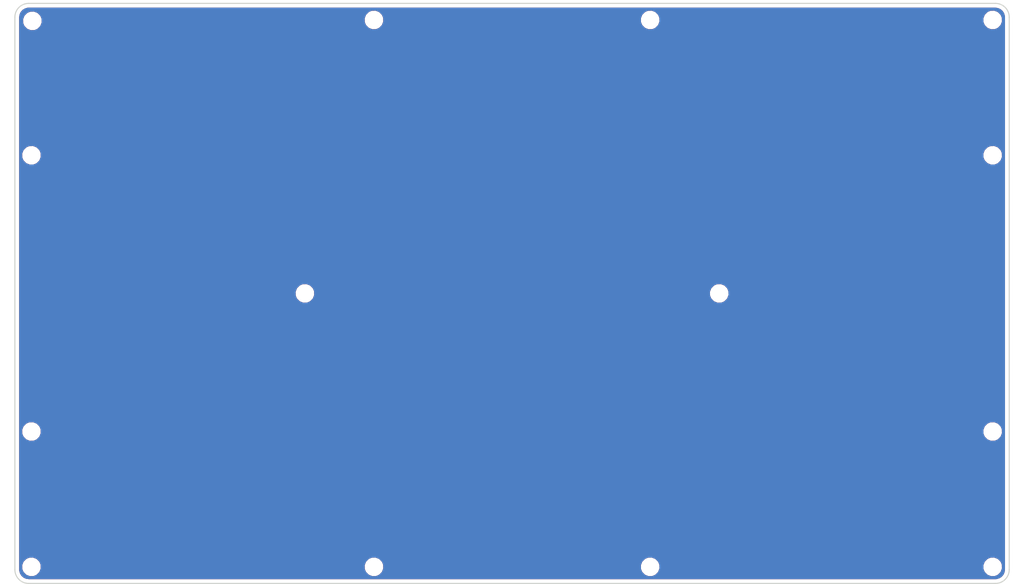
<source format=kicad_pcb>
(kicad_pcb (version 20171130) (host pcbnew 5.0.1-33cea8e~66~ubuntu18.04.1)

  (general
    (thickness 1.6)
    (drawings 8)
    (tracks 0)
    (zones 0)
    (modules 14)
    (nets 1)
  )

  (page A4)
  (layers
    (0 F.Cu signal)
    (31 B.Cu signal)
    (32 B.Adhes user)
    (33 F.Adhes user)
    (34 B.Paste user)
    (35 F.Paste user)
    (36 B.SilkS user)
    (37 F.SilkS user)
    (38 B.Mask user)
    (39 F.Mask user)
    (40 Dwgs.User user)
    (41 Cmts.User user)
    (42 Eco1.User user)
    (43 Eco2.User user)
    (44 Edge.Cuts user)
    (45 Margin user)
    (46 B.CrtYd user)
    (47 F.CrtYd user)
    (48 B.Fab user)
    (49 F.Fab user)
  )

  (setup
    (last_trace_width 0.25)
    (trace_clearance 0.2)
    (zone_clearance 0.508)
    (zone_45_only no)
    (trace_min 0.2)
    (segment_width 0.2)
    (edge_width 0.1)
    (via_size 0.8)
    (via_drill 0.4)
    (via_min_size 0.4)
    (via_min_drill 0.3)
    (uvia_size 0.3)
    (uvia_drill 0.1)
    (uvias_allowed no)
    (uvia_min_size 0.2)
    (uvia_min_drill 0.1)
    (pcb_text_width 0.3)
    (pcb_text_size 1.5 1.5)
    (mod_edge_width 0.15)
    (mod_text_size 1 1)
    (mod_text_width 0.15)
    (pad_size 1.9 1.9)
    (pad_drill 1.524)
    (pad_to_mask_clearance 0.051)
    (solder_mask_min_width 0.25)
    (aux_axis_origin 54.61 34.29)
    (visible_elements FFFFFF7F)
    (pcbplotparams
      (layerselection 0x010fc_ffffffff)
      (usegerberextensions false)
      (usegerberattributes false)
      (usegerberadvancedattributes false)
      (creategerberjobfile false)
      (excludeedgelayer true)
      (linewidth 0.100000)
      (plotframeref false)
      (viasonmask false)
      (mode 1)
      (useauxorigin false)
      (hpglpennumber 1)
      (hpglpenspeed 20)
      (hpglpendiameter 15.000000)
      (psnegative false)
      (psa4output false)
      (plotreference true)
      (plotvalue true)
      (plotinvisibletext false)
      (padsonsilk false)
      (subtractmaskfromsilk false)
      (outputformat 1)
      (mirror false)
      (drillshape 1)
      (scaleselection 1)
      (outputdirectory ""))
  )

  (net 0 "")

  (net_class Default "This is the default net class."
    (clearance 0.2)
    (trace_width 0.25)
    (via_dia 0.8)
    (via_drill 0.4)
    (uvia_dia 0.3)
    (uvia_drill 0.1)
  )

  (module library:Screw_Hole (layer F.Cu) (tedit 5BCC9C99) (tstamp 5BD90479)
    (at 56.896 55.245)
    (fp_text reference "" (at 0 1.905) (layer F.SilkS)
      (effects (font (size 1 1) (thickness 0.15)))
    )
    (fp_text value Screw_Hole (at 0 -1.905) (layer F.Fab)
      (effects (font (size 1 1) (thickness 0.15)))
    )
    (pad "" np_thru_hole circle (at 0 0) (size 1.524 1.524) (drill 1.524) (layers *.Cu *.Mask))
  )

  (module library:Screw_Hole (layer F.Cu) (tedit 5BCC9C7A) (tstamp 5BD90479)
    (at 56.896 93.345)
    (fp_text reference "" (at 0 1.905) (layer F.SilkS)
      (effects (font (size 1 1) (thickness 0.15)))
    )
    (fp_text value Screw_Hole (at 0 -1.905) (layer F.Fab)
      (effects (font (size 1 1) (thickness 0.15)))
    )
    (pad "" np_thru_hole circle (at 0 0) (size 1.524 1.524) (drill 1.524) (layers *.Cu *.Mask))
  )

  (module library:Screw_Hole (layer F.Cu) (tedit 5BCC9C45) (tstamp 5BD90479)
    (at 189.484 93.345)
    (fp_text reference "" (at 0 1.905) (layer F.SilkS)
      (effects (font (size 1 1) (thickness 0.15)))
    )
    (fp_text value Screw_Hole (at 0 -1.905) (layer F.Fab)
      (effects (font (size 1 1) (thickness 0.15)))
    )
    (pad "" np_thru_hole circle (at 0 0) (size 1.524 1.524) (drill 1.524) (layers *.Cu *.Mask))
  )

  (module library:Screw_Hole (layer F.Cu) (tedit 5BCC9C17) (tstamp 5BD90479)
    (at 189.484 55.245)
    (fp_text reference "" (at 0 1.905) (layer F.SilkS)
      (effects (font (size 1 1) (thickness 0.15)))
    )
    (fp_text value Screw_Hole (at 0 -1.905) (layer F.Fab)
      (effects (font (size 1 1) (thickness 0.15)))
    )
    (pad "" np_thru_hole circle (at 0 0) (size 1.524 1.524) (drill 1.524) (layers *.Cu *.Mask))
  )

  (module library:Screw_Hole (layer F.Cu) (tedit 5BCC8FD3) (tstamp 5BD90479)
    (at 142.24 36.576)
    (fp_text reference "" (at 0 1.905) (layer F.SilkS)
      (effects (font (size 1 1) (thickness 0.15)))
    )
    (fp_text value Screw_Hole (at 0 -1.905) (layer F.Fab)
      (effects (font (size 1 1) (thickness 0.15)))
    )
    (pad "" np_thru_hole circle (at 0 0) (size 1.524 1.524) (drill 1.524) (layers *.Cu *.Mask))
  )

  (module library:Screw_Hole (layer F.Cu) (tedit 5BCC8F73) (tstamp 5BD90604)
    (at 104.14 36.576)
    (fp_text reference "" (at 0 1.905) (layer F.SilkS)
      (effects (font (size 1 1) (thickness 0.15)))
    )
    (fp_text value Screw_Hole (at 0 -1.905) (layer F.Fab)
      (effects (font (size 1 1) (thickness 0.15)))
    )
    (pad "" np_thru_hole circle (at 0 0) (size 1.524 1.524) (drill 1.524) (layers *.Cu *.Mask))
  )

  (module library:Screw_Hole (layer F.Cu) (tedit 5BCC8E8B) (tstamp 5BD90632)
    (at 57.023 36.703)
    (fp_text reference "" (at 0 1.905) (layer F.SilkS)
      (effects (font (size 1 1) (thickness 0.15)))
    )
    (fp_text value Screw_Hole (at 0 -1.905) (layer F.Fab)
      (effects (font (size 1 1) (thickness 0.15)))
    )
    (pad "" np_thru_hole circle (at 0 0) (size 1.524 1.524) (drill 1.524) (layers *.Cu *.Mask))
  )

  (module library:Screw_Hole (layer F.Cu) (tedit 5BCC8E66) (tstamp 5BD90479)
    (at 56.896 112.014)
    (fp_text reference "" (at 0 1.905) (layer F.SilkS)
      (effects (font (size 1 1) (thickness 0.15)))
    )
    (fp_text value Screw_Hole (at 0 -1.905) (layer F.Fab)
      (effects (font (size 1 1) (thickness 0.15)))
    )
    (pad "" np_thru_hole circle (at 0 0) (size 1.524 1.524) (drill 1.524) (layers *.Cu *.Mask))
  )

  (module library:Screw_Hole (layer F.Cu) (tedit 5BCC8DD2) (tstamp 5BD90479)
    (at 104.14 112.014)
    (fp_text reference "" (at 0 1.905) (layer F.SilkS)
      (effects (font (size 1 1) (thickness 0.15)))
    )
    (fp_text value Screw_Hole (at 0 -1.905) (layer F.Fab)
      (effects (font (size 1 1) (thickness 0.15)))
    )
    (pad "" np_thru_hole circle (at 0 0) (size 1.524 1.524) (drill 1.524) (layers *.Cu *.Mask))
  )

  (module library:Screw_Hole (layer F.Cu) (tedit 5BCC8D82) (tstamp 5BD90479)
    (at 142.24 112.014)
    (fp_text reference "" (at 0 1.905) (layer F.SilkS)
      (effects (font (size 1 1) (thickness 0.15)))
    )
    (fp_text value Screw_Hole (at 0 -1.905) (layer F.Fab)
      (effects (font (size 1 1) (thickness 0.15)))
    )
    (pad "" np_thru_hole circle (at 0 0) (size 1.524 1.524) (drill 1.524) (layers *.Cu *.Mask))
  )

  (module library:Screw_Hole (layer F.Cu) (tedit 5BCC8886) (tstamp 5BD90479)
    (at 189.484 112.014)
    (fp_text reference "" (at 0 1.905) (layer F.SilkS)
      (effects (font (size 1 1) (thickness 0.15)))
    )
    (fp_text value Screw_Hole (at 0 -1.905) (layer F.Fab)
      (effects (font (size 1 1) (thickness 0.15)))
    )
    (pad "" np_thru_hole circle (at 0 0) (size 1.524 1.524) (drill 1.524) (layers *.Cu *.Mask))
  )

  (module library:Screw_Hole (layer F.Cu) (tedit 5BCC8890) (tstamp 5BD90479)
    (at 189.484 36.576)
    (fp_text reference "" (at 0 1.905) (layer F.SilkS)
      (effects (font (size 1 1) (thickness 0.15)))
    )
    (fp_text value Screw_Hole (at 0 -1.905) (layer F.Fab)
      (effects (font (size 1 1) (thickness 0.15)))
    )
    (pad "" np_thru_hole circle (at 0 0) (size 1.524 1.524) (drill 1.524) (layers *.Cu *.Mask))
  )

  (module library:Screw_Hole (layer F.Cu) (tedit 5BCC8836) (tstamp 5BD90479)
    (at 94.615 74.295)
    (fp_text reference "" (at 0 1.905) (layer F.SilkS)
      (effects (font (size 1 1) (thickness 0.15)))
    )
    (fp_text value Screw_Hole (at 0 -1.905) (layer F.Fab)
      (effects (font (size 1 1) (thickness 0.15)))
    )
    (pad "" np_thru_hole circle (at 0 0) (size 1.524 1.524) (drill 1.524) (layers *.Cu *.Mask))
  )

  (module library:Screw_Hole (layer F.Cu) (tedit 5BCC8847) (tstamp 5BD9046F)
    (at 151.765 74.295)
    (fp_text reference "" (at 0 1.905) (layer F.SilkS)
      (effects (font (size 1 1) (thickness 0.15)))
    )
    (fp_text value Screw_Hole (at 0 -1.905) (layer F.Fab)
      (effects (font (size 1 1) (thickness 0.15)))
    )
    (pad "" np_thru_hole circle (at 0 0) (size 1.524 1.524) (drill 1.524) (layers *.Cu *.Mask))
  )

  (gr_arc (start 56.515 112.395) (end 54.61 112.395) (angle -90) (layer Edge.Cuts) (width 0.15))
  (gr_arc (start 189.865 112.395) (end 189.865 114.3) (angle -90) (layer Edge.Cuts) (width 0.15))
  (gr_arc (start 189.865 36.195) (end 191.77 36.195) (angle -90) (layer Edge.Cuts) (width 0.15))
  (gr_arc (start 56.515 36.195) (end 56.515 34.29) (angle -90) (layer Edge.Cuts) (width 0.15))
  (gr_line (start 189.865 114.3) (end 56.515 114.3) (layer Edge.Cuts) (width 0.15))
  (gr_line (start 54.61 36.195) (end 54.61 112.395) (layer Edge.Cuts) (width 0.15))
  (gr_line (start 191.77 36.195) (end 191.77 112.395) (layer Edge.Cuts) (width 0.15))
  (gr_line (start 56.515 34.29) (end 189.865 34.29) (layer Edge.Cuts) (width 0.15))

  (zone (net 0) (net_name "") (layer B.Cu) (tstamp 0) (hatch edge 0.508)
    (connect_pads (clearance 0.508))
    (min_thickness 0.254)
    (fill yes (arc_segments 16) (thermal_gap 0.508) (thermal_bridge_width 0.508))
    (polygon
      (pts
        (xy 191.135 34.29) (xy 191.77 34.925) (xy 191.77 113.665) (xy 191.135 114.3) (xy 55.245 114.3)
        (xy 54.61 113.665) (xy 54.61 34.925) (xy 55.245 34.29)
      )
    )
    (filled_polygon
      (pts
        (xy 190.198364 35.054985) (xy 190.504928 35.194372) (xy 190.76005 35.414199) (xy 190.943218 35.696792) (xy 191.046743 36.042959)
        (xy 191.06 36.22135) (xy 191.060001 112.344413) (xy 191.005015 112.728364) (xy 190.865628 113.034928) (xy 190.645804 113.290047)
        (xy 190.363207 113.473218) (xy 190.017043 113.576743) (xy 189.838649 113.59) (xy 56.56558 113.59) (xy 56.181636 113.535015)
        (xy 55.875072 113.395628) (xy 55.619953 113.175804) (xy 55.436782 112.893207) (xy 55.333257 112.547043) (xy 55.32 112.368649)
        (xy 55.32 111.806302) (xy 55.486856 111.806302) (xy 55.499 112.048931) (xy 55.499 112.291881) (xy 55.512831 112.325273)
        (xy 55.514638 112.361368) (xy 55.673603 112.745143) (xy 55.688519 112.749421) (xy 55.71168 112.805337) (xy 56.104663 113.19832)
        (xy 56.160579 113.221481) (xy 56.164857 113.236397) (xy 56.393655 113.318024) (xy 56.618119 113.411) (xy 56.654263 113.411)
        (xy 56.688302 113.423144) (xy 56.930931 113.411) (xy 57.173881 113.411) (xy 57.207273 113.397169) (xy 57.243368 113.395362)
        (xy 57.627143 113.236397) (xy 57.631421 113.221481) (xy 57.687337 113.19832) (xy 58.08032 112.805337) (xy 58.103481 112.749421)
        (xy 58.118397 112.745143) (xy 58.200024 112.516345) (xy 58.293 112.291881) (xy 58.293 112.255737) (xy 58.305144 112.221698)
        (xy 58.293 111.979069) (xy 58.293 111.806302) (xy 102.730856 111.806302) (xy 102.743 112.048931) (xy 102.743 112.291881)
        (xy 102.756831 112.325273) (xy 102.758638 112.361368) (xy 102.917603 112.745143) (xy 102.932519 112.749421) (xy 102.95568 112.805337)
        (xy 103.348663 113.19832) (xy 103.404579 113.221481) (xy 103.408857 113.236397) (xy 103.637655 113.318024) (xy 103.862119 113.411)
        (xy 103.898263 113.411) (xy 103.932302 113.423144) (xy 104.174931 113.411) (xy 104.417881 113.411) (xy 104.451273 113.397169)
        (xy 104.487368 113.395362) (xy 104.871143 113.236397) (xy 104.875421 113.221481) (xy 104.931337 113.19832) (xy 105.32432 112.805337)
        (xy 105.347481 112.749421) (xy 105.362397 112.745143) (xy 105.444024 112.516345) (xy 105.537 112.291881) (xy 105.537 112.255737)
        (xy 105.549144 112.221698) (xy 105.537 111.979069) (xy 105.537 111.806302) (xy 140.830856 111.806302) (xy 140.843 112.048931)
        (xy 140.843 112.291881) (xy 140.856831 112.325273) (xy 140.858638 112.361368) (xy 141.017603 112.745143) (xy 141.032519 112.749421)
        (xy 141.05568 112.805337) (xy 141.448663 113.19832) (xy 141.504579 113.221481) (xy 141.508857 113.236397) (xy 141.737655 113.318024)
        (xy 141.962119 113.411) (xy 141.998263 113.411) (xy 142.032302 113.423144) (xy 142.274931 113.411) (xy 142.517881 113.411)
        (xy 142.551273 113.397169) (xy 142.587368 113.395362) (xy 142.971143 113.236397) (xy 142.975421 113.221481) (xy 143.031337 113.19832)
        (xy 143.42432 112.805337) (xy 143.447481 112.749421) (xy 143.462397 112.745143) (xy 143.544024 112.516345) (xy 143.637 112.291881)
        (xy 143.637 112.255737) (xy 143.649144 112.221698) (xy 143.637 111.979069) (xy 143.637 111.806302) (xy 188.074856 111.806302)
        (xy 188.087 112.048931) (xy 188.087 112.291881) (xy 188.100831 112.325273) (xy 188.102638 112.361368) (xy 188.261603 112.745143)
        (xy 188.276519 112.749421) (xy 188.29968 112.805337) (xy 188.692663 113.19832) (xy 188.748579 113.221481) (xy 188.752857 113.236397)
        (xy 188.981655 113.318024) (xy 189.206119 113.411) (xy 189.242263 113.411) (xy 189.276302 113.423144) (xy 189.518931 113.411)
        (xy 189.761881 113.411) (xy 189.795273 113.397169) (xy 189.831368 113.395362) (xy 190.215143 113.236397) (xy 190.219421 113.221481)
        (xy 190.275337 113.19832) (xy 190.66832 112.805337) (xy 190.691481 112.749421) (xy 190.706397 112.745143) (xy 190.788024 112.516345)
        (xy 190.881 112.291881) (xy 190.881 112.255737) (xy 190.893144 112.221698) (xy 190.881 111.979069) (xy 190.881 111.736119)
        (xy 190.867169 111.702727) (xy 190.865362 111.666632) (xy 190.706397 111.282857) (xy 190.691481 111.278579) (xy 190.66832 111.222663)
        (xy 190.275337 110.82968) (xy 190.219421 110.806519) (xy 190.215143 110.791603) (xy 189.986345 110.709976) (xy 189.761881 110.617)
        (xy 189.725737 110.617) (xy 189.691698 110.604856) (xy 189.449069 110.617) (xy 189.206119 110.617) (xy 189.172727 110.630831)
        (xy 189.136632 110.632638) (xy 188.752857 110.791603) (xy 188.748579 110.806519) (xy 188.692663 110.82968) (xy 188.29968 111.222663)
        (xy 188.276519 111.278579) (xy 188.261603 111.282857) (xy 188.179976 111.511655) (xy 188.087 111.736119) (xy 188.087 111.772263)
        (xy 188.074856 111.806302) (xy 143.637 111.806302) (xy 143.637 111.736119) (xy 143.623169 111.702727) (xy 143.621362 111.666632)
        (xy 143.462397 111.282857) (xy 143.447481 111.278579) (xy 143.42432 111.222663) (xy 143.031337 110.82968) (xy 142.975421 110.806519)
        (xy 142.971143 110.791603) (xy 142.742345 110.709976) (xy 142.517881 110.617) (xy 142.481737 110.617) (xy 142.447698 110.604856)
        (xy 142.205069 110.617) (xy 141.962119 110.617) (xy 141.928727 110.630831) (xy 141.892632 110.632638) (xy 141.508857 110.791603)
        (xy 141.504579 110.806519) (xy 141.448663 110.82968) (xy 141.05568 111.222663) (xy 141.032519 111.278579) (xy 141.017603 111.282857)
        (xy 140.935976 111.511655) (xy 140.843 111.736119) (xy 140.843 111.772263) (xy 140.830856 111.806302) (xy 105.537 111.806302)
        (xy 105.537 111.736119) (xy 105.523169 111.702727) (xy 105.521362 111.666632) (xy 105.362397 111.282857) (xy 105.347481 111.278579)
        (xy 105.32432 111.222663) (xy 104.931337 110.82968) (xy 104.875421 110.806519) (xy 104.871143 110.791603) (xy 104.642345 110.709976)
        (xy 104.417881 110.617) (xy 104.381737 110.617) (xy 104.347698 110.604856) (xy 104.105069 110.617) (xy 103.862119 110.617)
        (xy 103.828727 110.630831) (xy 103.792632 110.632638) (xy 103.408857 110.791603) (xy 103.404579 110.806519) (xy 103.348663 110.82968)
        (xy 102.95568 111.222663) (xy 102.932519 111.278579) (xy 102.917603 111.282857) (xy 102.835976 111.511655) (xy 102.743 111.736119)
        (xy 102.743 111.772263) (xy 102.730856 111.806302) (xy 58.293 111.806302) (xy 58.293 111.736119) (xy 58.279169 111.702727)
        (xy 58.277362 111.666632) (xy 58.118397 111.282857) (xy 58.103481 111.278579) (xy 58.08032 111.222663) (xy 57.687337 110.82968)
        (xy 57.631421 110.806519) (xy 57.627143 110.791603) (xy 57.398345 110.709976) (xy 57.173881 110.617) (xy 57.137737 110.617)
        (xy 57.103698 110.604856) (xy 56.861069 110.617) (xy 56.618119 110.617) (xy 56.584727 110.630831) (xy 56.548632 110.632638)
        (xy 56.164857 110.791603) (xy 56.160579 110.806519) (xy 56.104663 110.82968) (xy 55.71168 111.222663) (xy 55.688519 111.278579)
        (xy 55.673603 111.282857) (xy 55.591976 111.511655) (xy 55.499 111.736119) (xy 55.499 111.772263) (xy 55.486856 111.806302)
        (xy 55.32 111.806302) (xy 55.32 93.137302) (xy 55.486856 93.137302) (xy 55.499 93.379931) (xy 55.499 93.622881)
        (xy 55.512831 93.656273) (xy 55.514638 93.692368) (xy 55.673603 94.076143) (xy 55.688519 94.080421) (xy 55.71168 94.136337)
        (xy 56.104663 94.52932) (xy 56.160579 94.552481) (xy 56.164857 94.567397) (xy 56.393655 94.649024) (xy 56.618119 94.742)
        (xy 56.654263 94.742) (xy 56.688302 94.754144) (xy 56.930931 94.742) (xy 57.173881 94.742) (xy 57.207273 94.728169)
        (xy 57.243368 94.726362) (xy 57.627143 94.567397) (xy 57.631421 94.552481) (xy 57.687337 94.52932) (xy 58.08032 94.136337)
        (xy 58.103481 94.080421) (xy 58.118397 94.076143) (xy 58.200024 93.847345) (xy 58.293 93.622881) (xy 58.293 93.586737)
        (xy 58.305144 93.552698) (xy 58.293 93.310069) (xy 58.293 93.137302) (xy 188.074856 93.137302) (xy 188.087 93.379931)
        (xy 188.087 93.622881) (xy 188.100831 93.656273) (xy 188.102638 93.692368) (xy 188.261603 94.076143) (xy 188.276519 94.080421)
        (xy 188.29968 94.136337) (xy 188.692663 94.52932) (xy 188.748579 94.552481) (xy 188.752857 94.567397) (xy 188.981655 94.649024)
        (xy 189.206119 94.742) (xy 189.242263 94.742) (xy 189.276302 94.754144) (xy 189.518931 94.742) (xy 189.761881 94.742)
        (xy 189.795273 94.728169) (xy 189.831368 94.726362) (xy 190.215143 94.567397) (xy 190.219421 94.552481) (xy 190.275337 94.52932)
        (xy 190.66832 94.136337) (xy 190.691481 94.080421) (xy 190.706397 94.076143) (xy 190.788024 93.847345) (xy 190.881 93.622881)
        (xy 190.881 93.586737) (xy 190.893144 93.552698) (xy 190.881 93.310069) (xy 190.881 93.067119) (xy 190.867169 93.033727)
        (xy 190.865362 92.997632) (xy 190.706397 92.613857) (xy 190.691481 92.609579) (xy 190.66832 92.553663) (xy 190.275337 92.16068)
        (xy 190.219421 92.137519) (xy 190.215143 92.122603) (xy 189.986345 92.040976) (xy 189.761881 91.948) (xy 189.725737 91.948)
        (xy 189.691698 91.935856) (xy 189.449069 91.948) (xy 189.206119 91.948) (xy 189.172727 91.961831) (xy 189.136632 91.963638)
        (xy 188.752857 92.122603) (xy 188.748579 92.137519) (xy 188.692663 92.16068) (xy 188.29968 92.553663) (xy 188.276519 92.609579)
        (xy 188.261603 92.613857) (xy 188.179976 92.842655) (xy 188.087 93.067119) (xy 188.087 93.103263) (xy 188.074856 93.137302)
        (xy 58.293 93.137302) (xy 58.293 93.067119) (xy 58.279169 93.033727) (xy 58.277362 92.997632) (xy 58.118397 92.613857)
        (xy 58.103481 92.609579) (xy 58.08032 92.553663) (xy 57.687337 92.16068) (xy 57.631421 92.137519) (xy 57.627143 92.122603)
        (xy 57.398345 92.040976) (xy 57.173881 91.948) (xy 57.137737 91.948) (xy 57.103698 91.935856) (xy 56.861069 91.948)
        (xy 56.618119 91.948) (xy 56.584727 91.961831) (xy 56.548632 91.963638) (xy 56.164857 92.122603) (xy 56.160579 92.137519)
        (xy 56.104663 92.16068) (xy 55.71168 92.553663) (xy 55.688519 92.609579) (xy 55.673603 92.613857) (xy 55.591976 92.842655)
        (xy 55.499 93.067119) (xy 55.499 93.103263) (xy 55.486856 93.137302) (xy 55.32 93.137302) (xy 55.32 74.087302)
        (xy 93.205856 74.087302) (xy 93.218 74.329931) (xy 93.218 74.572881) (xy 93.231831 74.606273) (xy 93.233638 74.642368)
        (xy 93.392603 75.026143) (xy 93.407519 75.030421) (xy 93.43068 75.086337) (xy 93.823663 75.47932) (xy 93.879579 75.502481)
        (xy 93.883857 75.517397) (xy 94.112655 75.599024) (xy 94.337119 75.692) (xy 94.373263 75.692) (xy 94.407302 75.704144)
        (xy 94.649931 75.692) (xy 94.892881 75.692) (xy 94.926273 75.678169) (xy 94.962368 75.676362) (xy 95.346143 75.517397)
        (xy 95.350421 75.502481) (xy 95.406337 75.47932) (xy 95.79932 75.086337) (xy 95.822481 75.030421) (xy 95.837397 75.026143)
        (xy 95.919024 74.797345) (xy 96.012 74.572881) (xy 96.012 74.536737) (xy 96.024144 74.502698) (xy 96.012 74.260069)
        (xy 96.012 74.087302) (xy 150.355856 74.087302) (xy 150.368 74.329931) (xy 150.368 74.572881) (xy 150.381831 74.606273)
        (xy 150.383638 74.642368) (xy 150.542603 75.026143) (xy 150.557519 75.030421) (xy 150.58068 75.086337) (xy 150.973663 75.47932)
        (xy 151.029579 75.502481) (xy 151.033857 75.517397) (xy 151.262655 75.599024) (xy 151.487119 75.692) (xy 151.523263 75.692)
        (xy 151.557302 75.704144) (xy 151.799931 75.692) (xy 152.042881 75.692) (xy 152.076273 75.678169) (xy 152.112368 75.676362)
        (xy 152.496143 75.517397) (xy 152.500421 75.502481) (xy 152.556337 75.47932) (xy 152.94932 75.086337) (xy 152.972481 75.030421)
        (xy 152.987397 75.026143) (xy 153.069024 74.797345) (xy 153.162 74.572881) (xy 153.162 74.536737) (xy 153.174144 74.502698)
        (xy 153.162 74.260069) (xy 153.162 74.017119) (xy 153.148169 73.983727) (xy 153.146362 73.947632) (xy 152.987397 73.563857)
        (xy 152.972481 73.559579) (xy 152.94932 73.503663) (xy 152.556337 73.11068) (xy 152.500421 73.087519) (xy 152.496143 73.072603)
        (xy 152.267345 72.990976) (xy 152.042881 72.898) (xy 152.006737 72.898) (xy 151.972698 72.885856) (xy 151.730069 72.898)
        (xy 151.487119 72.898) (xy 151.453727 72.911831) (xy 151.417632 72.913638) (xy 151.033857 73.072603) (xy 151.029579 73.087519)
        (xy 150.973663 73.11068) (xy 150.58068 73.503663) (xy 150.557519 73.559579) (xy 150.542603 73.563857) (xy 150.460976 73.792655)
        (xy 150.368 74.017119) (xy 150.368 74.053263) (xy 150.355856 74.087302) (xy 96.012 74.087302) (xy 96.012 74.017119)
        (xy 95.998169 73.983727) (xy 95.996362 73.947632) (xy 95.837397 73.563857) (xy 95.822481 73.559579) (xy 95.79932 73.503663)
        (xy 95.406337 73.11068) (xy 95.350421 73.087519) (xy 95.346143 73.072603) (xy 95.117345 72.990976) (xy 94.892881 72.898)
        (xy 94.856737 72.898) (xy 94.822698 72.885856) (xy 94.580069 72.898) (xy 94.337119 72.898) (xy 94.303727 72.911831)
        (xy 94.267632 72.913638) (xy 93.883857 73.072603) (xy 93.879579 73.087519) (xy 93.823663 73.11068) (xy 93.43068 73.503663)
        (xy 93.407519 73.559579) (xy 93.392603 73.563857) (xy 93.310976 73.792655) (xy 93.218 74.017119) (xy 93.218 74.053263)
        (xy 93.205856 74.087302) (xy 55.32 74.087302) (xy 55.32 55.037302) (xy 55.486856 55.037302) (xy 55.499 55.279931)
        (xy 55.499 55.522881) (xy 55.512831 55.556273) (xy 55.514638 55.592368) (xy 55.673603 55.976143) (xy 55.688519 55.980421)
        (xy 55.71168 56.036337) (xy 56.104663 56.42932) (xy 56.160579 56.452481) (xy 56.164857 56.467397) (xy 56.393655 56.549024)
        (xy 56.618119 56.642) (xy 56.654263 56.642) (xy 56.688302 56.654144) (xy 56.930931 56.642) (xy 57.173881 56.642)
        (xy 57.207273 56.628169) (xy 57.243368 56.626362) (xy 57.627143 56.467397) (xy 57.631421 56.452481) (xy 57.687337 56.42932)
        (xy 58.08032 56.036337) (xy 58.103481 55.980421) (xy 58.118397 55.976143) (xy 58.200024 55.747345) (xy 58.293 55.522881)
        (xy 58.293 55.486737) (xy 58.305144 55.452698) (xy 58.293 55.210069) (xy 58.293 55.037302) (xy 188.074856 55.037302)
        (xy 188.087 55.279931) (xy 188.087 55.522881) (xy 188.100831 55.556273) (xy 188.102638 55.592368) (xy 188.261603 55.976143)
        (xy 188.276519 55.980421) (xy 188.29968 56.036337) (xy 188.692663 56.42932) (xy 188.748579 56.452481) (xy 188.752857 56.467397)
        (xy 188.981655 56.549024) (xy 189.206119 56.642) (xy 189.242263 56.642) (xy 189.276302 56.654144) (xy 189.518931 56.642)
        (xy 189.761881 56.642) (xy 189.795273 56.628169) (xy 189.831368 56.626362) (xy 190.215143 56.467397) (xy 190.219421 56.452481)
        (xy 190.275337 56.42932) (xy 190.66832 56.036337) (xy 190.691481 55.980421) (xy 190.706397 55.976143) (xy 190.788024 55.747345)
        (xy 190.881 55.522881) (xy 190.881 55.486737) (xy 190.893144 55.452698) (xy 190.881 55.210069) (xy 190.881 54.967119)
        (xy 190.867169 54.933727) (xy 190.865362 54.897632) (xy 190.706397 54.513857) (xy 190.691481 54.509579) (xy 190.66832 54.453663)
        (xy 190.275337 54.06068) (xy 190.219421 54.037519) (xy 190.215143 54.022603) (xy 189.986345 53.940976) (xy 189.761881 53.848)
        (xy 189.725737 53.848) (xy 189.691698 53.835856) (xy 189.449069 53.848) (xy 189.206119 53.848) (xy 189.172727 53.861831)
        (xy 189.136632 53.863638) (xy 188.752857 54.022603) (xy 188.748579 54.037519) (xy 188.692663 54.06068) (xy 188.29968 54.453663)
        (xy 188.276519 54.509579) (xy 188.261603 54.513857) (xy 188.179976 54.742655) (xy 188.087 54.967119) (xy 188.087 55.003263)
        (xy 188.074856 55.037302) (xy 58.293 55.037302) (xy 58.293 54.967119) (xy 58.279169 54.933727) (xy 58.277362 54.897632)
        (xy 58.118397 54.513857) (xy 58.103481 54.509579) (xy 58.08032 54.453663) (xy 57.687337 54.06068) (xy 57.631421 54.037519)
        (xy 57.627143 54.022603) (xy 57.398345 53.940976) (xy 57.173881 53.848) (xy 57.137737 53.848) (xy 57.103698 53.835856)
        (xy 56.861069 53.848) (xy 56.618119 53.848) (xy 56.584727 53.861831) (xy 56.548632 53.863638) (xy 56.164857 54.022603)
        (xy 56.160579 54.037519) (xy 56.104663 54.06068) (xy 55.71168 54.453663) (xy 55.688519 54.509579) (xy 55.673603 54.513857)
        (xy 55.591976 54.742655) (xy 55.499 54.967119) (xy 55.499 55.003263) (xy 55.486856 55.037302) (xy 55.32 55.037302)
        (xy 55.32 36.495302) (xy 55.613856 36.495302) (xy 55.626 36.737931) (xy 55.626 36.980881) (xy 55.639831 37.014273)
        (xy 55.641638 37.050368) (xy 55.800603 37.434143) (xy 55.815519 37.438421) (xy 55.83868 37.494337) (xy 56.231663 37.88732)
        (xy 56.287579 37.910481) (xy 56.291857 37.925397) (xy 56.520655 38.007024) (xy 56.745119 38.1) (xy 56.781263 38.1)
        (xy 56.815302 38.112144) (xy 57.057931 38.1) (xy 57.300881 38.1) (xy 57.334273 38.086169) (xy 57.370368 38.084362)
        (xy 57.754143 37.925397) (xy 57.758421 37.910481) (xy 57.814337 37.88732) (xy 58.20732 37.494337) (xy 58.230481 37.438421)
        (xy 58.245397 37.434143) (xy 58.327024 37.205345) (xy 58.42 36.980881) (xy 58.42 36.944737) (xy 58.432144 36.910698)
        (xy 58.42 36.668069) (xy 58.42 36.425119) (xy 58.406169 36.391727) (xy 58.404997 36.368302) (xy 102.730856 36.368302)
        (xy 102.743 36.610931) (xy 102.743 36.853881) (xy 102.756831 36.887273) (xy 102.758638 36.923368) (xy 102.917603 37.307143)
        (xy 102.932519 37.311421) (xy 102.95568 37.367337) (xy 103.348663 37.76032) (xy 103.404579 37.783481) (xy 103.408857 37.798397)
        (xy 103.637655 37.880024) (xy 103.862119 37.973) (xy 103.898263 37.973) (xy 103.932302 37.985144) (xy 104.174931 37.973)
        (xy 104.417881 37.973) (xy 104.451273 37.959169) (xy 104.487368 37.957362) (xy 104.871143 37.798397) (xy 104.875421 37.783481)
        (xy 104.931337 37.76032) (xy 105.32432 37.367337) (xy 105.347481 37.311421) (xy 105.362397 37.307143) (xy 105.444024 37.078345)
        (xy 105.537 36.853881) (xy 105.537 36.817737) (xy 105.549144 36.783698) (xy 105.537 36.541069) (xy 105.537 36.368302)
        (xy 140.830856 36.368302) (xy 140.843 36.610931) (xy 140.843 36.853881) (xy 140.856831 36.887273) (xy 140.858638 36.923368)
        (xy 141.017603 37.307143) (xy 141.032519 37.311421) (xy 141.05568 37.367337) (xy 141.448663 37.76032) (xy 141.504579 37.783481)
        (xy 141.508857 37.798397) (xy 141.737655 37.880024) (xy 141.962119 37.973) (xy 141.998263 37.973) (xy 142.032302 37.985144)
        (xy 142.274931 37.973) (xy 142.517881 37.973) (xy 142.551273 37.959169) (xy 142.587368 37.957362) (xy 142.971143 37.798397)
        (xy 142.975421 37.783481) (xy 143.031337 37.76032) (xy 143.42432 37.367337) (xy 143.447481 37.311421) (xy 143.462397 37.307143)
        (xy 143.544024 37.078345) (xy 143.637 36.853881) (xy 143.637 36.817737) (xy 143.649144 36.783698) (xy 143.637 36.541069)
        (xy 143.637 36.368302) (xy 188.074856 36.368302) (xy 188.087 36.610931) (xy 188.087 36.853881) (xy 188.100831 36.887273)
        (xy 188.102638 36.923368) (xy 188.261603 37.307143) (xy 188.276519 37.311421) (xy 188.29968 37.367337) (xy 188.692663 37.76032)
        (xy 188.748579 37.783481) (xy 188.752857 37.798397) (xy 188.981655 37.880024) (xy 189.206119 37.973) (xy 189.242263 37.973)
        (xy 189.276302 37.985144) (xy 189.518931 37.973) (xy 189.761881 37.973) (xy 189.795273 37.959169) (xy 189.831368 37.957362)
        (xy 190.215143 37.798397) (xy 190.219421 37.783481) (xy 190.275337 37.76032) (xy 190.66832 37.367337) (xy 190.691481 37.311421)
        (xy 190.706397 37.307143) (xy 190.788024 37.078345) (xy 190.881 36.853881) (xy 190.881 36.817737) (xy 190.893144 36.783698)
        (xy 190.881 36.541069) (xy 190.881 36.298119) (xy 190.867169 36.264727) (xy 190.865362 36.228632) (xy 190.706397 35.844857)
        (xy 190.691481 35.840579) (xy 190.66832 35.784663) (xy 190.275337 35.39168) (xy 190.219421 35.368519) (xy 190.215143 35.353603)
        (xy 189.986345 35.271976) (xy 189.761881 35.179) (xy 189.725737 35.179) (xy 189.691698 35.166856) (xy 189.449069 35.179)
        (xy 189.206119 35.179) (xy 189.172727 35.192831) (xy 189.136632 35.194638) (xy 188.752857 35.353603) (xy 188.748579 35.368519)
        (xy 188.692663 35.39168) (xy 188.29968 35.784663) (xy 188.276519 35.840579) (xy 188.261603 35.844857) (xy 188.179976 36.073655)
        (xy 188.087 36.298119) (xy 188.087 36.334263) (xy 188.074856 36.368302) (xy 143.637 36.368302) (xy 143.637 36.298119)
        (xy 143.623169 36.264727) (xy 143.621362 36.228632) (xy 143.462397 35.844857) (xy 143.447481 35.840579) (xy 143.42432 35.784663)
        (xy 143.031337 35.39168) (xy 142.975421 35.368519) (xy 142.971143 35.353603) (xy 142.742345 35.271976) (xy 142.517881 35.179)
        (xy 142.481737 35.179) (xy 142.447698 35.166856) (xy 142.205069 35.179) (xy 141.962119 35.179) (xy 141.928727 35.192831)
        (xy 141.892632 35.194638) (xy 141.508857 35.353603) (xy 141.504579 35.368519) (xy 141.448663 35.39168) (xy 141.05568 35.784663)
        (xy 141.032519 35.840579) (xy 141.017603 35.844857) (xy 140.935976 36.073655) (xy 140.843 36.298119) (xy 140.843 36.334263)
        (xy 140.830856 36.368302) (xy 105.537 36.368302) (xy 105.537 36.298119) (xy 105.523169 36.264727) (xy 105.521362 36.228632)
        (xy 105.362397 35.844857) (xy 105.347481 35.840579) (xy 105.32432 35.784663) (xy 104.931337 35.39168) (xy 104.875421 35.368519)
        (xy 104.871143 35.353603) (xy 104.642345 35.271976) (xy 104.417881 35.179) (xy 104.381737 35.179) (xy 104.347698 35.166856)
        (xy 104.105069 35.179) (xy 103.862119 35.179) (xy 103.828727 35.192831) (xy 103.792632 35.194638) (xy 103.408857 35.353603)
        (xy 103.404579 35.368519) (xy 103.348663 35.39168) (xy 102.95568 35.784663) (xy 102.932519 35.840579) (xy 102.917603 35.844857)
        (xy 102.835976 36.073655) (xy 102.743 36.298119) (xy 102.743 36.334263) (xy 102.730856 36.368302) (xy 58.404997 36.368302)
        (xy 58.404362 36.355632) (xy 58.245397 35.971857) (xy 58.230481 35.967579) (xy 58.20732 35.911663) (xy 57.814337 35.51868)
        (xy 57.758421 35.495519) (xy 57.754143 35.480603) (xy 57.525345 35.398976) (xy 57.300881 35.306) (xy 57.264737 35.306)
        (xy 57.230698 35.293856) (xy 56.988069 35.306) (xy 56.745119 35.306) (xy 56.711727 35.319831) (xy 56.675632 35.321638)
        (xy 56.291857 35.480603) (xy 56.287579 35.495519) (xy 56.231663 35.51868) (xy 55.83868 35.911663) (xy 55.815519 35.967579)
        (xy 55.800603 35.971857) (xy 55.718976 36.200655) (xy 55.626 36.425119) (xy 55.626 36.461263) (xy 55.613856 36.495302)
        (xy 55.32 36.495302) (xy 55.32 36.24558) (xy 55.374985 35.861636) (xy 55.514372 35.555072) (xy 55.734199 35.29995)
        (xy 56.016792 35.116782) (xy 56.362959 35.013257) (xy 56.54135 35) (xy 189.81442 35)
      )
    )
  )
  (zone (net 0) (net_name "") (layer F.Cu) (tstamp 0) (hatch edge 0.508)
    (connect_pads (clearance 0.508))
    (min_thickness 0.254)
    (fill yes (arc_segments 16) (thermal_gap 0.508) (thermal_bridge_width 0.508))
    (polygon
      (pts
        (xy 191.135 34.29) (xy 191.77 34.925) (xy 191.77 113.665) (xy 191.135 114.3) (xy 55.245 114.3)
        (xy 54.61 113.665) (xy 54.61 34.925) (xy 55.245 34.29)
      )
    )
    (filled_polygon
      (pts
        (xy 190.198364 35.054985) (xy 190.504928 35.194372) (xy 190.76005 35.414199) (xy 190.943218 35.696792) (xy 191.046743 36.042959)
        (xy 191.06 36.22135) (xy 191.060001 112.344413) (xy 191.005015 112.728364) (xy 190.865628 113.034928) (xy 190.645804 113.290047)
        (xy 190.363207 113.473218) (xy 190.017043 113.576743) (xy 189.838649 113.59) (xy 56.56558 113.59) (xy 56.181636 113.535015)
        (xy 55.875072 113.395628) (xy 55.619953 113.175804) (xy 55.436782 112.893207) (xy 55.333257 112.547043) (xy 55.32 112.368649)
        (xy 55.32 111.806302) (xy 55.486856 111.806302) (xy 55.499 112.048931) (xy 55.499 112.291881) (xy 55.512831 112.325273)
        (xy 55.514638 112.361368) (xy 55.673603 112.745143) (xy 55.688519 112.749421) (xy 55.71168 112.805337) (xy 56.104663 113.19832)
        (xy 56.160579 113.221481) (xy 56.164857 113.236397) (xy 56.393655 113.318024) (xy 56.618119 113.411) (xy 56.654263 113.411)
        (xy 56.688302 113.423144) (xy 56.930931 113.411) (xy 57.173881 113.411) (xy 57.207273 113.397169) (xy 57.243368 113.395362)
        (xy 57.627143 113.236397) (xy 57.631421 113.221481) (xy 57.687337 113.19832) (xy 58.08032 112.805337) (xy 58.103481 112.749421)
        (xy 58.118397 112.745143) (xy 58.200024 112.516345) (xy 58.293 112.291881) (xy 58.293 112.255737) (xy 58.305144 112.221698)
        (xy 58.293 111.979069) (xy 58.293 111.806302) (xy 102.730856 111.806302) (xy 102.743 112.048931) (xy 102.743 112.291881)
        (xy 102.756831 112.325273) (xy 102.758638 112.361368) (xy 102.917603 112.745143) (xy 102.932519 112.749421) (xy 102.95568 112.805337)
        (xy 103.348663 113.19832) (xy 103.404579 113.221481) (xy 103.408857 113.236397) (xy 103.637655 113.318024) (xy 103.862119 113.411)
        (xy 103.898263 113.411) (xy 103.932302 113.423144) (xy 104.174931 113.411) (xy 104.417881 113.411) (xy 104.451273 113.397169)
        (xy 104.487368 113.395362) (xy 104.871143 113.236397) (xy 104.875421 113.221481) (xy 104.931337 113.19832) (xy 105.32432 112.805337)
        (xy 105.347481 112.749421) (xy 105.362397 112.745143) (xy 105.444024 112.516345) (xy 105.537 112.291881) (xy 105.537 112.255737)
        (xy 105.549144 112.221698) (xy 105.537 111.979069) (xy 105.537 111.806302) (xy 140.830856 111.806302) (xy 140.843 112.048931)
        (xy 140.843 112.291881) (xy 140.856831 112.325273) (xy 140.858638 112.361368) (xy 141.017603 112.745143) (xy 141.032519 112.749421)
        (xy 141.05568 112.805337) (xy 141.448663 113.19832) (xy 141.504579 113.221481) (xy 141.508857 113.236397) (xy 141.737655 113.318024)
        (xy 141.962119 113.411) (xy 141.998263 113.411) (xy 142.032302 113.423144) (xy 142.274931 113.411) (xy 142.517881 113.411)
        (xy 142.551273 113.397169) (xy 142.587368 113.395362) (xy 142.971143 113.236397) (xy 142.975421 113.221481) (xy 143.031337 113.19832)
        (xy 143.42432 112.805337) (xy 143.447481 112.749421) (xy 143.462397 112.745143) (xy 143.544024 112.516345) (xy 143.637 112.291881)
        (xy 143.637 112.255737) (xy 143.649144 112.221698) (xy 143.637 111.979069) (xy 143.637 111.806302) (xy 188.074856 111.806302)
        (xy 188.087 112.048931) (xy 188.087 112.291881) (xy 188.100831 112.325273) (xy 188.102638 112.361368) (xy 188.261603 112.745143)
        (xy 188.276519 112.749421) (xy 188.29968 112.805337) (xy 188.692663 113.19832) (xy 188.748579 113.221481) (xy 188.752857 113.236397)
        (xy 188.981655 113.318024) (xy 189.206119 113.411) (xy 189.242263 113.411) (xy 189.276302 113.423144) (xy 189.518931 113.411)
        (xy 189.761881 113.411) (xy 189.795273 113.397169) (xy 189.831368 113.395362) (xy 190.215143 113.236397) (xy 190.219421 113.221481)
        (xy 190.275337 113.19832) (xy 190.66832 112.805337) (xy 190.691481 112.749421) (xy 190.706397 112.745143) (xy 190.788024 112.516345)
        (xy 190.881 112.291881) (xy 190.881 112.255737) (xy 190.893144 112.221698) (xy 190.881 111.979069) (xy 190.881 111.736119)
        (xy 190.867169 111.702727) (xy 190.865362 111.666632) (xy 190.706397 111.282857) (xy 190.691481 111.278579) (xy 190.66832 111.222663)
        (xy 190.275337 110.82968) (xy 190.219421 110.806519) (xy 190.215143 110.791603) (xy 189.986345 110.709976) (xy 189.761881 110.617)
        (xy 189.725737 110.617) (xy 189.691698 110.604856) (xy 189.449069 110.617) (xy 189.206119 110.617) (xy 189.172727 110.630831)
        (xy 189.136632 110.632638) (xy 188.752857 110.791603) (xy 188.748579 110.806519) (xy 188.692663 110.82968) (xy 188.29968 111.222663)
        (xy 188.276519 111.278579) (xy 188.261603 111.282857) (xy 188.179976 111.511655) (xy 188.087 111.736119) (xy 188.087 111.772263)
        (xy 188.074856 111.806302) (xy 143.637 111.806302) (xy 143.637 111.736119) (xy 143.623169 111.702727) (xy 143.621362 111.666632)
        (xy 143.462397 111.282857) (xy 143.447481 111.278579) (xy 143.42432 111.222663) (xy 143.031337 110.82968) (xy 142.975421 110.806519)
        (xy 142.971143 110.791603) (xy 142.742345 110.709976) (xy 142.517881 110.617) (xy 142.481737 110.617) (xy 142.447698 110.604856)
        (xy 142.205069 110.617) (xy 141.962119 110.617) (xy 141.928727 110.630831) (xy 141.892632 110.632638) (xy 141.508857 110.791603)
        (xy 141.504579 110.806519) (xy 141.448663 110.82968) (xy 141.05568 111.222663) (xy 141.032519 111.278579) (xy 141.017603 111.282857)
        (xy 140.935976 111.511655) (xy 140.843 111.736119) (xy 140.843 111.772263) (xy 140.830856 111.806302) (xy 105.537 111.806302)
        (xy 105.537 111.736119) (xy 105.523169 111.702727) (xy 105.521362 111.666632) (xy 105.362397 111.282857) (xy 105.347481 111.278579)
        (xy 105.32432 111.222663) (xy 104.931337 110.82968) (xy 104.875421 110.806519) (xy 104.871143 110.791603) (xy 104.642345 110.709976)
        (xy 104.417881 110.617) (xy 104.381737 110.617) (xy 104.347698 110.604856) (xy 104.105069 110.617) (xy 103.862119 110.617)
        (xy 103.828727 110.630831) (xy 103.792632 110.632638) (xy 103.408857 110.791603) (xy 103.404579 110.806519) (xy 103.348663 110.82968)
        (xy 102.95568 111.222663) (xy 102.932519 111.278579) (xy 102.917603 111.282857) (xy 102.835976 111.511655) (xy 102.743 111.736119)
        (xy 102.743 111.772263) (xy 102.730856 111.806302) (xy 58.293 111.806302) (xy 58.293 111.736119) (xy 58.279169 111.702727)
        (xy 58.277362 111.666632) (xy 58.118397 111.282857) (xy 58.103481 111.278579) (xy 58.08032 111.222663) (xy 57.687337 110.82968)
        (xy 57.631421 110.806519) (xy 57.627143 110.791603) (xy 57.398345 110.709976) (xy 57.173881 110.617) (xy 57.137737 110.617)
        (xy 57.103698 110.604856) (xy 56.861069 110.617) (xy 56.618119 110.617) (xy 56.584727 110.630831) (xy 56.548632 110.632638)
        (xy 56.164857 110.791603) (xy 56.160579 110.806519) (xy 56.104663 110.82968) (xy 55.71168 111.222663) (xy 55.688519 111.278579)
        (xy 55.673603 111.282857) (xy 55.591976 111.511655) (xy 55.499 111.736119) (xy 55.499 111.772263) (xy 55.486856 111.806302)
        (xy 55.32 111.806302) (xy 55.32 93.137302) (xy 55.486856 93.137302) (xy 55.499 93.379931) (xy 55.499 93.622881)
        (xy 55.512831 93.656273) (xy 55.514638 93.692368) (xy 55.673603 94.076143) (xy 55.688519 94.080421) (xy 55.71168 94.136337)
        (xy 56.104663 94.52932) (xy 56.160579 94.552481) (xy 56.164857 94.567397) (xy 56.393655 94.649024) (xy 56.618119 94.742)
        (xy 56.654263 94.742) (xy 56.688302 94.754144) (xy 56.930931 94.742) (xy 57.173881 94.742) (xy 57.207273 94.728169)
        (xy 57.243368 94.726362) (xy 57.627143 94.567397) (xy 57.631421 94.552481) (xy 57.687337 94.52932) (xy 58.08032 94.136337)
        (xy 58.103481 94.080421) (xy 58.118397 94.076143) (xy 58.200024 93.847345) (xy 58.293 93.622881) (xy 58.293 93.586737)
        (xy 58.305144 93.552698) (xy 58.293 93.310069) (xy 58.293 93.137302) (xy 188.074856 93.137302) (xy 188.087 93.379931)
        (xy 188.087 93.622881) (xy 188.100831 93.656273) (xy 188.102638 93.692368) (xy 188.261603 94.076143) (xy 188.276519 94.080421)
        (xy 188.29968 94.136337) (xy 188.692663 94.52932) (xy 188.748579 94.552481) (xy 188.752857 94.567397) (xy 188.981655 94.649024)
        (xy 189.206119 94.742) (xy 189.242263 94.742) (xy 189.276302 94.754144) (xy 189.518931 94.742) (xy 189.761881 94.742)
        (xy 189.795273 94.728169) (xy 189.831368 94.726362) (xy 190.215143 94.567397) (xy 190.219421 94.552481) (xy 190.275337 94.52932)
        (xy 190.66832 94.136337) (xy 190.691481 94.080421) (xy 190.706397 94.076143) (xy 190.788024 93.847345) (xy 190.881 93.622881)
        (xy 190.881 93.586737) (xy 190.893144 93.552698) (xy 190.881 93.310069) (xy 190.881 93.067119) (xy 190.867169 93.033727)
        (xy 190.865362 92.997632) (xy 190.706397 92.613857) (xy 190.691481 92.609579) (xy 190.66832 92.553663) (xy 190.275337 92.16068)
        (xy 190.219421 92.137519) (xy 190.215143 92.122603) (xy 189.986345 92.040976) (xy 189.761881 91.948) (xy 189.725737 91.948)
        (xy 189.691698 91.935856) (xy 189.449069 91.948) (xy 189.206119 91.948) (xy 189.172727 91.961831) (xy 189.136632 91.963638)
        (xy 188.752857 92.122603) (xy 188.748579 92.137519) (xy 188.692663 92.16068) (xy 188.29968 92.553663) (xy 188.276519 92.609579)
        (xy 188.261603 92.613857) (xy 188.179976 92.842655) (xy 188.087 93.067119) (xy 188.087 93.103263) (xy 188.074856 93.137302)
        (xy 58.293 93.137302) (xy 58.293 93.067119) (xy 58.279169 93.033727) (xy 58.277362 92.997632) (xy 58.118397 92.613857)
        (xy 58.103481 92.609579) (xy 58.08032 92.553663) (xy 57.687337 92.16068) (xy 57.631421 92.137519) (xy 57.627143 92.122603)
        (xy 57.398345 92.040976) (xy 57.173881 91.948) (xy 57.137737 91.948) (xy 57.103698 91.935856) (xy 56.861069 91.948)
        (xy 56.618119 91.948) (xy 56.584727 91.961831) (xy 56.548632 91.963638) (xy 56.164857 92.122603) (xy 56.160579 92.137519)
        (xy 56.104663 92.16068) (xy 55.71168 92.553663) (xy 55.688519 92.609579) (xy 55.673603 92.613857) (xy 55.591976 92.842655)
        (xy 55.499 93.067119) (xy 55.499 93.103263) (xy 55.486856 93.137302) (xy 55.32 93.137302) (xy 55.32 74.087302)
        (xy 93.205856 74.087302) (xy 93.218 74.329931) (xy 93.218 74.572881) (xy 93.231831 74.606273) (xy 93.233638 74.642368)
        (xy 93.392603 75.026143) (xy 93.407519 75.030421) (xy 93.43068 75.086337) (xy 93.823663 75.47932) (xy 93.879579 75.502481)
        (xy 93.883857 75.517397) (xy 94.112655 75.599024) (xy 94.337119 75.692) (xy 94.373263 75.692) (xy 94.407302 75.704144)
        (xy 94.649931 75.692) (xy 94.892881 75.692) (xy 94.926273 75.678169) (xy 94.962368 75.676362) (xy 95.346143 75.517397)
        (xy 95.350421 75.502481) (xy 95.406337 75.47932) (xy 95.79932 75.086337) (xy 95.822481 75.030421) (xy 95.837397 75.026143)
        (xy 95.919024 74.797345) (xy 96.012 74.572881) (xy 96.012 74.536737) (xy 96.024144 74.502698) (xy 96.012 74.260069)
        (xy 96.012 74.087302) (xy 150.355856 74.087302) (xy 150.368 74.329931) (xy 150.368 74.572881) (xy 150.381831 74.606273)
        (xy 150.383638 74.642368) (xy 150.542603 75.026143) (xy 150.557519 75.030421) (xy 150.58068 75.086337) (xy 150.973663 75.47932)
        (xy 151.029579 75.502481) (xy 151.033857 75.517397) (xy 151.262655 75.599024) (xy 151.487119 75.692) (xy 151.523263 75.692)
        (xy 151.557302 75.704144) (xy 151.799931 75.692) (xy 152.042881 75.692) (xy 152.076273 75.678169) (xy 152.112368 75.676362)
        (xy 152.496143 75.517397) (xy 152.500421 75.502481) (xy 152.556337 75.47932) (xy 152.94932 75.086337) (xy 152.972481 75.030421)
        (xy 152.987397 75.026143) (xy 153.069024 74.797345) (xy 153.162 74.572881) (xy 153.162 74.536737) (xy 153.174144 74.502698)
        (xy 153.162 74.260069) (xy 153.162 74.017119) (xy 153.148169 73.983727) (xy 153.146362 73.947632) (xy 152.987397 73.563857)
        (xy 152.972481 73.559579) (xy 152.94932 73.503663) (xy 152.556337 73.11068) (xy 152.500421 73.087519) (xy 152.496143 73.072603)
        (xy 152.267345 72.990976) (xy 152.042881 72.898) (xy 152.006737 72.898) (xy 151.972698 72.885856) (xy 151.730069 72.898)
        (xy 151.487119 72.898) (xy 151.453727 72.911831) (xy 151.417632 72.913638) (xy 151.033857 73.072603) (xy 151.029579 73.087519)
        (xy 150.973663 73.11068) (xy 150.58068 73.503663) (xy 150.557519 73.559579) (xy 150.542603 73.563857) (xy 150.460976 73.792655)
        (xy 150.368 74.017119) (xy 150.368 74.053263) (xy 150.355856 74.087302) (xy 96.012 74.087302) (xy 96.012 74.017119)
        (xy 95.998169 73.983727) (xy 95.996362 73.947632) (xy 95.837397 73.563857) (xy 95.822481 73.559579) (xy 95.79932 73.503663)
        (xy 95.406337 73.11068) (xy 95.350421 73.087519) (xy 95.346143 73.072603) (xy 95.117345 72.990976) (xy 94.892881 72.898)
        (xy 94.856737 72.898) (xy 94.822698 72.885856) (xy 94.580069 72.898) (xy 94.337119 72.898) (xy 94.303727 72.911831)
        (xy 94.267632 72.913638) (xy 93.883857 73.072603) (xy 93.879579 73.087519) (xy 93.823663 73.11068) (xy 93.43068 73.503663)
        (xy 93.407519 73.559579) (xy 93.392603 73.563857) (xy 93.310976 73.792655) (xy 93.218 74.017119) (xy 93.218 74.053263)
        (xy 93.205856 74.087302) (xy 55.32 74.087302) (xy 55.32 55.037302) (xy 55.486856 55.037302) (xy 55.499 55.279931)
        (xy 55.499 55.522881) (xy 55.512831 55.556273) (xy 55.514638 55.592368) (xy 55.673603 55.976143) (xy 55.688519 55.980421)
        (xy 55.71168 56.036337) (xy 56.104663 56.42932) (xy 56.160579 56.452481) (xy 56.164857 56.467397) (xy 56.393655 56.549024)
        (xy 56.618119 56.642) (xy 56.654263 56.642) (xy 56.688302 56.654144) (xy 56.930931 56.642) (xy 57.173881 56.642)
        (xy 57.207273 56.628169) (xy 57.243368 56.626362) (xy 57.627143 56.467397) (xy 57.631421 56.452481) (xy 57.687337 56.42932)
        (xy 58.08032 56.036337) (xy 58.103481 55.980421) (xy 58.118397 55.976143) (xy 58.200024 55.747345) (xy 58.293 55.522881)
        (xy 58.293 55.486737) (xy 58.305144 55.452698) (xy 58.293 55.210069) (xy 58.293 55.037302) (xy 188.074856 55.037302)
        (xy 188.087 55.279931) (xy 188.087 55.522881) (xy 188.100831 55.556273) (xy 188.102638 55.592368) (xy 188.261603 55.976143)
        (xy 188.276519 55.980421) (xy 188.29968 56.036337) (xy 188.692663 56.42932) (xy 188.748579 56.452481) (xy 188.752857 56.467397)
        (xy 188.981655 56.549024) (xy 189.206119 56.642) (xy 189.242263 56.642) (xy 189.276302 56.654144) (xy 189.518931 56.642)
        (xy 189.761881 56.642) (xy 189.795273 56.628169) (xy 189.831368 56.626362) (xy 190.215143 56.467397) (xy 190.219421 56.452481)
        (xy 190.275337 56.42932) (xy 190.66832 56.036337) (xy 190.691481 55.980421) (xy 190.706397 55.976143) (xy 190.788024 55.747345)
        (xy 190.881 55.522881) (xy 190.881 55.486737) (xy 190.893144 55.452698) (xy 190.881 55.210069) (xy 190.881 54.967119)
        (xy 190.867169 54.933727) (xy 190.865362 54.897632) (xy 190.706397 54.513857) (xy 190.691481 54.509579) (xy 190.66832 54.453663)
        (xy 190.275337 54.06068) (xy 190.219421 54.037519) (xy 190.215143 54.022603) (xy 189.986345 53.940976) (xy 189.761881 53.848)
        (xy 189.725737 53.848) (xy 189.691698 53.835856) (xy 189.449069 53.848) (xy 189.206119 53.848) (xy 189.172727 53.861831)
        (xy 189.136632 53.863638) (xy 188.752857 54.022603) (xy 188.748579 54.037519) (xy 188.692663 54.06068) (xy 188.29968 54.453663)
        (xy 188.276519 54.509579) (xy 188.261603 54.513857) (xy 188.179976 54.742655) (xy 188.087 54.967119) (xy 188.087 55.003263)
        (xy 188.074856 55.037302) (xy 58.293 55.037302) (xy 58.293 54.967119) (xy 58.279169 54.933727) (xy 58.277362 54.897632)
        (xy 58.118397 54.513857) (xy 58.103481 54.509579) (xy 58.08032 54.453663) (xy 57.687337 54.06068) (xy 57.631421 54.037519)
        (xy 57.627143 54.022603) (xy 57.398345 53.940976) (xy 57.173881 53.848) (xy 57.137737 53.848) (xy 57.103698 53.835856)
        (xy 56.861069 53.848) (xy 56.618119 53.848) (xy 56.584727 53.861831) (xy 56.548632 53.863638) (xy 56.164857 54.022603)
        (xy 56.160579 54.037519) (xy 56.104663 54.06068) (xy 55.71168 54.453663) (xy 55.688519 54.509579) (xy 55.673603 54.513857)
        (xy 55.591976 54.742655) (xy 55.499 54.967119) (xy 55.499 55.003263) (xy 55.486856 55.037302) (xy 55.32 55.037302)
        (xy 55.32 36.495302) (xy 55.613856 36.495302) (xy 55.626 36.737931) (xy 55.626 36.980881) (xy 55.639831 37.014273)
        (xy 55.641638 37.050368) (xy 55.800603 37.434143) (xy 55.815519 37.438421) (xy 55.83868 37.494337) (xy 56.231663 37.88732)
        (xy 56.287579 37.910481) (xy 56.291857 37.925397) (xy 56.520655 38.007024) (xy 56.745119 38.1) (xy 56.781263 38.1)
        (xy 56.815302 38.112144) (xy 57.057931 38.1) (xy 57.300881 38.1) (xy 57.334273 38.086169) (xy 57.370368 38.084362)
        (xy 57.754143 37.925397) (xy 57.758421 37.910481) (xy 57.814337 37.88732) (xy 58.20732 37.494337) (xy 58.230481 37.438421)
        (xy 58.245397 37.434143) (xy 58.327024 37.205345) (xy 58.42 36.980881) (xy 58.42 36.944737) (xy 58.432144 36.910698)
        (xy 58.42 36.668069) (xy 58.42 36.425119) (xy 58.406169 36.391727) (xy 58.404997 36.368302) (xy 102.730856 36.368302)
        (xy 102.743 36.610931) (xy 102.743 36.853881) (xy 102.756831 36.887273) (xy 102.758638 36.923368) (xy 102.917603 37.307143)
        (xy 102.932519 37.311421) (xy 102.95568 37.367337) (xy 103.348663 37.76032) (xy 103.404579 37.783481) (xy 103.408857 37.798397)
        (xy 103.637655 37.880024) (xy 103.862119 37.973) (xy 103.898263 37.973) (xy 103.932302 37.985144) (xy 104.174931 37.973)
        (xy 104.417881 37.973) (xy 104.451273 37.959169) (xy 104.487368 37.957362) (xy 104.871143 37.798397) (xy 104.875421 37.783481)
        (xy 104.931337 37.76032) (xy 105.32432 37.367337) (xy 105.347481 37.311421) (xy 105.362397 37.307143) (xy 105.444024 37.078345)
        (xy 105.537 36.853881) (xy 105.537 36.817737) (xy 105.549144 36.783698) (xy 105.537 36.541069) (xy 105.537 36.368302)
        (xy 140.830856 36.368302) (xy 140.843 36.610931) (xy 140.843 36.853881) (xy 140.856831 36.887273) (xy 140.858638 36.923368)
        (xy 141.017603 37.307143) (xy 141.032519 37.311421) (xy 141.05568 37.367337) (xy 141.448663 37.76032) (xy 141.504579 37.783481)
        (xy 141.508857 37.798397) (xy 141.737655 37.880024) (xy 141.962119 37.973) (xy 141.998263 37.973) (xy 142.032302 37.985144)
        (xy 142.274931 37.973) (xy 142.517881 37.973) (xy 142.551273 37.959169) (xy 142.587368 37.957362) (xy 142.971143 37.798397)
        (xy 142.975421 37.783481) (xy 143.031337 37.76032) (xy 143.42432 37.367337) (xy 143.447481 37.311421) (xy 143.462397 37.307143)
        (xy 143.544024 37.078345) (xy 143.637 36.853881) (xy 143.637 36.817737) (xy 143.649144 36.783698) (xy 143.637 36.541069)
        (xy 143.637 36.368302) (xy 188.074856 36.368302) (xy 188.087 36.610931) (xy 188.087 36.853881) (xy 188.100831 36.887273)
        (xy 188.102638 36.923368) (xy 188.261603 37.307143) (xy 188.276519 37.311421) (xy 188.29968 37.367337) (xy 188.692663 37.76032)
        (xy 188.748579 37.783481) (xy 188.752857 37.798397) (xy 188.981655 37.880024) (xy 189.206119 37.973) (xy 189.242263 37.973)
        (xy 189.276302 37.985144) (xy 189.518931 37.973) (xy 189.761881 37.973) (xy 189.795273 37.959169) (xy 189.831368 37.957362)
        (xy 190.215143 37.798397) (xy 190.219421 37.783481) (xy 190.275337 37.76032) (xy 190.66832 37.367337) (xy 190.691481 37.311421)
        (xy 190.706397 37.307143) (xy 190.788024 37.078345) (xy 190.881 36.853881) (xy 190.881 36.817737) (xy 190.893144 36.783698)
        (xy 190.881 36.541069) (xy 190.881 36.298119) (xy 190.867169 36.264727) (xy 190.865362 36.228632) (xy 190.706397 35.844857)
        (xy 190.691481 35.840579) (xy 190.66832 35.784663) (xy 190.275337 35.39168) (xy 190.219421 35.368519) (xy 190.215143 35.353603)
        (xy 189.986345 35.271976) (xy 189.761881 35.179) (xy 189.725737 35.179) (xy 189.691698 35.166856) (xy 189.449069 35.179)
        (xy 189.206119 35.179) (xy 189.172727 35.192831) (xy 189.136632 35.194638) (xy 188.752857 35.353603) (xy 188.748579 35.368519)
        (xy 188.692663 35.39168) (xy 188.29968 35.784663) (xy 188.276519 35.840579) (xy 188.261603 35.844857) (xy 188.179976 36.073655)
        (xy 188.087 36.298119) (xy 188.087 36.334263) (xy 188.074856 36.368302) (xy 143.637 36.368302) (xy 143.637 36.298119)
        (xy 143.623169 36.264727) (xy 143.621362 36.228632) (xy 143.462397 35.844857) (xy 143.447481 35.840579) (xy 143.42432 35.784663)
        (xy 143.031337 35.39168) (xy 142.975421 35.368519) (xy 142.971143 35.353603) (xy 142.742345 35.271976) (xy 142.517881 35.179)
        (xy 142.481737 35.179) (xy 142.447698 35.166856) (xy 142.205069 35.179) (xy 141.962119 35.179) (xy 141.928727 35.192831)
        (xy 141.892632 35.194638) (xy 141.508857 35.353603) (xy 141.504579 35.368519) (xy 141.448663 35.39168) (xy 141.05568 35.784663)
        (xy 141.032519 35.840579) (xy 141.017603 35.844857) (xy 140.935976 36.073655) (xy 140.843 36.298119) (xy 140.843 36.334263)
        (xy 140.830856 36.368302) (xy 105.537 36.368302) (xy 105.537 36.298119) (xy 105.523169 36.264727) (xy 105.521362 36.228632)
        (xy 105.362397 35.844857) (xy 105.347481 35.840579) (xy 105.32432 35.784663) (xy 104.931337 35.39168) (xy 104.875421 35.368519)
        (xy 104.871143 35.353603) (xy 104.642345 35.271976) (xy 104.417881 35.179) (xy 104.381737 35.179) (xy 104.347698 35.166856)
        (xy 104.105069 35.179) (xy 103.862119 35.179) (xy 103.828727 35.192831) (xy 103.792632 35.194638) (xy 103.408857 35.353603)
        (xy 103.404579 35.368519) (xy 103.348663 35.39168) (xy 102.95568 35.784663) (xy 102.932519 35.840579) (xy 102.917603 35.844857)
        (xy 102.835976 36.073655) (xy 102.743 36.298119) (xy 102.743 36.334263) (xy 102.730856 36.368302) (xy 58.404997 36.368302)
        (xy 58.404362 36.355632) (xy 58.245397 35.971857) (xy 58.230481 35.967579) (xy 58.20732 35.911663) (xy 57.814337 35.51868)
        (xy 57.758421 35.495519) (xy 57.754143 35.480603) (xy 57.525345 35.398976) (xy 57.300881 35.306) (xy 57.264737 35.306)
        (xy 57.230698 35.293856) (xy 56.988069 35.306) (xy 56.745119 35.306) (xy 56.711727 35.319831) (xy 56.675632 35.321638)
        (xy 56.291857 35.480603) (xy 56.287579 35.495519) (xy 56.231663 35.51868) (xy 55.83868 35.911663) (xy 55.815519 35.967579)
        (xy 55.800603 35.971857) (xy 55.718976 36.200655) (xy 55.626 36.425119) (xy 55.626 36.461263) (xy 55.613856 36.495302)
        (xy 55.32 36.495302) (xy 55.32 36.24558) (xy 55.374985 35.861636) (xy 55.514372 35.555072) (xy 55.734199 35.29995)
        (xy 56.016792 35.116782) (xy 56.362959 35.013257) (xy 56.54135 35) (xy 189.81442 35)
      )
    )
  )
)

</source>
